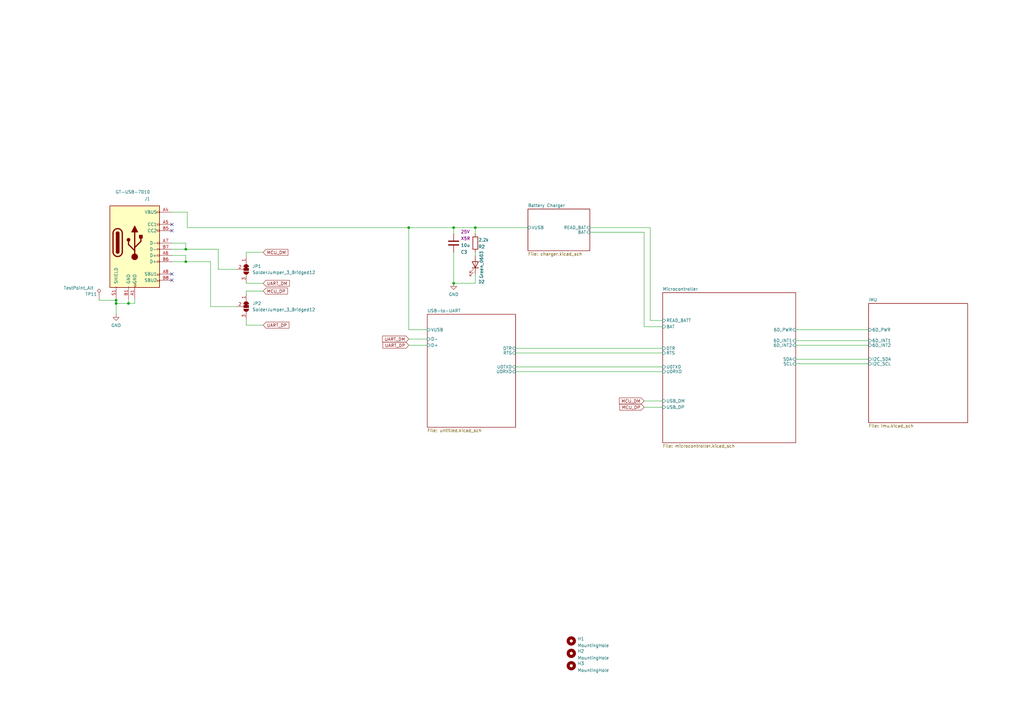
<source format=kicad_sch>
(kicad_sch (version 20230121) (generator eeschema)
  (paper "A3")
  (title_block (title "Tracer") (date "2023-04-18") (rev "G"))
  (lib_symbols
    (symbol "Capacitor_JLC:10u" (pin_numbers hide) (pin_names (offset 0.254))
      (property "Reference" "C" (at 0.635 2.54 0))
      (property "Value" "10u" (at 0.635 -2.54 0))
      (property "Type" "X5R" (at 5.08 2.54 0))
      (property "Voltage" "25V" (at 5.08 0 0))
      (symbol "10u_0_1"
        (polyline (pts (xy -2.032 -0.762) (xy 2.032 -0.762)) (stroke (width 0.508)))
        (polyline (pts (xy -2.032 0.762) (xy 2.032 0.762)) (stroke (width 0.508)))
      )
      (symbol "10u_1_1"
        (pin passive line (at 0 3.81 270) (length 2.794) (name "~") (number "1"))
        (pin passive line (at 0 -3.81 90) (length 2.794) (name "~") (number "2"))
      )
    )
    (symbol "Connector_JLC:GT-USB-7010" (pin_names (offset 1.016))
      (property "Reference" "J" (at -10.16 29.21 0))
      (property "Value" "GT-USB-7010" (at 10.16 29.21 0))
      (symbol "GT-USB-7010_0_0"
        (rectangle (start 0 -5.08) (end 0.508 -4.064))
        (rectangle (start 10.16 -2.54) (end 9.144 -3.048))
        (rectangle (start 10.16 0) (end 9.144 -0.508))
        (rectangle (start 10.16 5.334) (end 9.144 4.826))
        (rectangle (start 10.16 7.874) (end 9.144 7.366))
        (rectangle (start 10.16 10.414) (end 9.144 9.906))
        (rectangle (start 10.16 12.954) (end 9.144 12.446))
        (rectangle (start 10.16 18.034) (end 9.144 17.526))
        (rectangle (start 10.16 20.574) (end 9.144 20.066))
        (rectangle (start 10.16 25.654) (end 9.144 25.146))
      )
      (symbol "GT-USB-7010_0_1"
        (rectangle (start -10.16 27.94) (end 10.2108 -5.4864) (stroke (width 0.254)) (fill (type background)))
        (arc (start -8.89 9.0932) (mid -6.985 7.1965) (end -5.08 9.0932) (stroke (width 0.508)))
        (arc (start -7.62 9.0932) (mid -6.985 8.4609) (end -6.35 9.0932) (stroke (width 0.254)))
        (arc (start -7.62 9.0932) (mid -6.985 8.4609) (end -6.35 9.0932) (stroke (width 0.254)) (fill (type outline)))
        (rectangle (start -7.62 9.0932) (end -6.35 16.7132) (stroke (width 0.254)) (fill (type outline)))
        (arc (start -6.35 16.7132) (mid -6.985 17.3455) (end -7.62 16.7132) (stroke (width 0.254)))
        (arc (start -6.35 16.7132) (mid -6.985 17.3455) (end -7.62 16.7132) (stroke (width 0.254)) (fill (type outline)))
        (arc (start -5.08 16.7132) (mid -6.985 18.6099) (end -8.89 16.7132) (stroke (width 0.508)))
        (polyline (pts (xy -8.89 9.0932) (xy -8.89 16.7132)) (stroke (width 0.508)))
        (polyline (pts (xy -5.08 16.7132) (xy -5.08 9.0932)) (stroke (width 0.508)))
      )
      (symbol "GT-USB-7010_1_1"
        (circle (center -2.54 14.0462) (radius 0.635) (stroke (width 0.254)) (fill (type outline)))
        (polyline (pts (xy 0 7.0612) (xy 0 17.2212)) (stroke (width 0.508)))
        (polyline (pts (xy 0 9.6012) (xy -2.54 12.1412) (xy -2.54 13.4112)) (stroke (width 0.508)))
        (polyline (pts (xy 0 10.8712) (xy 2.54 13.4112) (xy 2.54 14.6812)) (stroke (width 0.508)))
        (polyline (pts (xy -1.27 17.2212) (xy 0 19.7612) (xy 1.27 17.2212) (xy -1.27 17.2212)) (stroke (width 0.254)) (fill (type outline)))
        (circle (center 0 7.0612) (radius 1.27) (fill (type outline)))
        (rectangle (start 1.905 14.6812) (end 3.175 15.9512) (stroke (width 0.254)) (fill (type outline)))
        (pin passive line (at 0 -10.16 90) (length 5.08) (name "GND") (number "A1"))
        (pin passive line (at 15.24 25.4 180) (length 5.08) (name "VBUS") (number "A4"))
        (pin bidirectional line (at 15.24 20.32 180) (length 5.08) (name "CC1") (number "A5"))
        (pin bidirectional line (at 15.24 7.62 180) (length 5.08) (name "D+") (number "A6"))
        (pin bidirectional line (at 15.24 12.7 180) (length 5.08) (name "D-") (number "A7"))
        (pin bidirectional line (at 15.24 0 180) (length 5.08) (name "SBU1") (number "A8"))
        (pin passive line (at 15.24 25.4 180) (length 5.08) hide (name "VBUS") (number "A9"))
        (pin passive line (at -2.54 -10.16 90) (length 5.08) (name "GND") (number "B1"))
        (pin passive line (at 15.24 25.4 180) (length 5.08) hide (name "VBUS") (number "B4"))
        (pin bidirectional line (at 15.24 17.78 180) (length 5.08) (name "CC2") (number "B5"))
        (pin bidirectional line (at 15.24 5.08 180) (length 5.08) (name "D+") (number "B6"))
        (pin bidirectional line (at 15.24 10.16 180) (length 5.08) (name "D-") (number "B7"))
        (pin bidirectional line (at 15.24 -2.54 180) (length 5.08) (name "SBU2") (number "B8"))
        (pin passive line (at 15.24 25.4 180) (length 5.08) hide (name "VBUS") (number "B9"))
        (pin passive line (at -7.62 -10.16 90) (length 5.08) (name "SHIELD") (number "S1"))
      )
    )
    (symbol "Diode_JLC:Green_0603" (pin_numbers hide) (pin_names (offset 1.016) hide)
      (property "Reference" "D" (at 0 5.08 0))
      (property "Value" "Green_0603" (at 0 3.175 0))
      (symbol "Green_0603_0_1"
        (polyline (pts (xy -1.27 -1.27) (xy -1.27 1.27)) (stroke (width 0.254)))
        (polyline (pts (xy -1.27 0) (xy 1.27 0)))
        (polyline (pts (xy 1.27 -1.27) (xy 1.27 1.27) (xy -1.27 0) (xy 1.27 -1.27)) (stroke (width 0.254)))
        (polyline (pts (xy -3.048 -0.762) (xy -4.572 -2.286) (xy -3.81 -2.286) (xy -4.572 -2.286) (xy -4.572 -1.524)))
        (polyline (pts (xy -1.778 -0.762) (xy -3.302 -2.286) (xy -2.54 -2.286) (xy -3.302 -2.286) (xy -3.302 -1.524)))
      )
      (symbol "Green_0603_1_1"
        (pin passive line (at -3.81 0 0) (length 2.54) (name "K") (number "1"))
        (pin passive line (at 3.81 0 180) (length 2.54) (name "A") (number "2"))
      )
    )
    (symbol "Jumper:SolderJumper_3_Bridged12" (pin_names (offset 0) hide)
      (property "Reference" "JP" (at -2.54 -2.54 0))
      (property "Value" "SolderJumper_3_Bridged12" (at 0 2.794 0))
      (symbol "SolderJumper_3_Bridged12_0_1"
        (rectangle (start -1.016 0.508) (end -0.508 -0.508) (fill (type outline)))
        (arc (start -1.016 1.016) (mid -2.0276 0) (end -1.016 -1.016))
        (arc (start -1.016 1.016) (mid -2.0276 0) (end -1.016 -1.016) (fill (type outline)))
        (rectangle (start -0.508 1.016) (end 0.508 -1.016) (fill (type outline)))
        (polyline (pts (xy -2.54 0) (xy -2.032 0)))
        (polyline (pts (xy -1.016 1.016) (xy -1.016 -1.016)))
        (polyline (pts (xy 0 -1.27) (xy 0 -1.016)))
        (polyline (pts (xy 1.016 1.016) (xy 1.016 -1.016)))
        (polyline (pts (xy 2.54 0) (xy 2.032 0)))
        (arc (start 1.016 -1.016) (mid 2.0276 0) (end 1.016 1.016))
        (arc (start 1.016 -1.016) (mid 2.0276 0) (end 1.016 1.016) (fill (type outline)))
      )
      (symbol "SolderJumper_3_Bridged12_1_1"
        (pin passive line (at -5.08 0 0) (length 2.54) (name "A") (number "1"))
        (pin passive line (at 0 -3.81 90) (length 2.54) (name "C") (number "2"))
        (pin passive line (at 5.08 0 180) (length 2.54) (name "B") (number "3"))
      )
    )
    (symbol "Mechanical:MountingHole" (pin_names (offset 1.016))
      (property "Reference" "H" (at 0 5.08 0))
      (property "Value" "MountingHole" (at 0 3.175 0))
      (symbol "MountingHole_0_1"
        (circle (center 0 0) (radius 1.27) (stroke (width 1.27)))
      )
    )
    (symbol "Resistor_JLC:2.2k" (pin_numbers hide) (pin_names (offset 0))
      (property "Reference" "R" (at 2.032 0 90))
      (property "Value" "2.2k" (at 0 0 90))
      (symbol "2.2k_0_1"
        (rectangle (start -1.016 -2.54) (end 1.016 2.54) (stroke (width 0.254)))
      )
      (symbol "2.2k_1_1"
        (pin passive line (at 0 3.81 270) (length 1.27) (name "~") (number "1"))
        (pin passive line (at 0 -3.81 90) (length 1.27) (name "~") (number "2"))
      )
    )
    (symbol "personal:TestPoint_Alt" (pin_numbers hide) (pin_names (offset 0.762) hide)
      (property "Reference" "TP" (at 0 6.858 0))
      (property "Value" "TestPoint_Alt" (at 0 5.08 0))
      (symbol "TestPoint_Alt_0_1"
        (polyline (pts (xy 0 2.54) (xy -0.762 3.302) (xy 0 4.064) (xy 0.762 3.302) (xy 0 2.54)))
      )
      (symbol "TestPoint_Alt_1_1"
        (pin passive line (at 0 0 90) (length 2.54) (name "1") (number "1"))
      )
    )
    (symbol "power:GND" (power) (pin_names (offset 0))
      (property "Value" "GND" (at 0 -3.81 0))
      (symbol "GND_0_1"
        (polyline (pts (xy 0 0) (xy 0 -1.27) (xy 1.27 -1.27) (xy 0 -2.54) (xy -1.27 -1.27) (xy 0 -1.27)))
      )
      (symbol "GND_1_1"
        (pin power_in line (at 0 0 270) (length 0) hide (name "GND") (number "1"))
      )
    )
  )
  (junction (at 47.625 124.46))
  (junction (at 52.705 124.46))
  (junction (at 186.055 116.205))
  (junction (at 186.055 93.345))
  (junction (at 76.2 107.315))
  (junction (at 194.945 93.345))
  (junction (at 47.625 123.19))
  (junction (at 167.64 93.345))
  (junction (at 76.2 102.235))
  (no_connect (at 70.485 92.075))
  (no_connect (at 70.485 94.615))
  (no_connect (at 70.485 112.395))
  (no_connect (at 70.485 114.935))
  (wire (pts (xy 271.78 131.445) (xy 266.7 131.445)))
  (wire (pts (xy 76.2 99.695) (xy 76.2 102.235)))
  (wire (pts (xy 211.455 144.78) (xy 271.78 144.78)))
  (wire (pts (xy 40.64 122.555) (xy 40.64 123.19)))
  (wire (pts (xy 86.36 107.315) (xy 76.2 107.315)))
  (wire (pts (xy 211.455 142.875) (xy 271.78 142.875)))
  (wire (pts (xy 55.245 124.46) (xy 55.245 122.555)))
  (wire (pts (xy 47.625 124.46) (xy 47.625 128.905)))
  (wire (pts (xy 167.64 135.255) (xy 167.64 93.345)))
  (wire (pts (xy 194.945 93.345) (xy 216.535 93.345)))
  (wire (pts (xy 326.39 135.255) (xy 356.235 135.255)))
  (wire (pts (xy 167.64 141.605) (xy 175.26 141.605)))
  (wire (pts (xy 211.455 152.4) (xy 271.78 152.4)))
  (wire (pts (xy 47.625 123.19) (xy 47.625 124.46)))
  (wire (pts (xy 107.95 103.505) (xy 100.965 103.505)))
  (wire (pts (xy 70.485 107.315) (xy 76.2 107.315)))
  (wire (pts (xy 264.16 95.25) (xy 264.16 133.985)))
  (wire (pts (xy 70.485 104.775) (xy 76.2 104.775)))
  (wire (pts (xy 326.39 141.605) (xy 356.235 141.605)))
  (wire (pts (xy 89.535 110.49) (xy 89.535 102.235)))
  (wire (pts (xy 86.36 125.73) (xy 86.36 107.315)))
  (wire (pts (xy 167.64 139.065) (xy 175.26 139.065)))
  (wire (pts (xy 47.625 122.555) (xy 47.625 123.19)))
  (wire (pts (xy 241.935 95.25) (xy 264.16 95.25)))
  (wire (pts (xy 264.16 167.005) (xy 271.78 167.005)))
  (wire (pts (xy 97.155 110.49) (xy 89.535 110.49)))
  (wire (pts (xy 40.64 123.19) (xy 47.625 123.19)))
  (wire (pts (xy 47.625 124.46) (xy 52.705 124.46)))
  (wire (pts (xy 52.705 124.46) (xy 55.245 124.46)))
  (wire (pts (xy 194.945 112.395) (xy 194.945 116.205)))
  (wire (pts (xy 167.64 93.345) (xy 186.055 93.345)))
  (wire (pts (xy 97.155 125.73) (xy 86.36 125.73)))
  (wire (pts (xy 186.055 95.885) (xy 186.055 93.345)))
  (wire (pts (xy 186.055 93.345) (xy 194.945 93.345)))
  (wire (pts (xy 76.835 86.995) (xy 76.835 93.345)))
  (wire (pts (xy 186.055 103.505) (xy 186.055 116.205)))
  (wire (pts (xy 100.965 116.205) (xy 100.965 115.57)))
  (wire (pts (xy 194.945 95.885) (xy 194.945 93.345)))
  (wire (pts (xy 194.945 116.205) (xy 186.055 116.205)))
  (wire (pts (xy 175.26 135.255) (xy 167.64 135.255)))
  (wire (pts (xy 326.39 149.225) (xy 356.235 149.225)))
  (wire (pts (xy 264.16 133.985) (xy 271.78 133.985)))
  (wire (pts (xy 100.965 103.505) (xy 100.965 105.41)))
  (wire (pts (xy 326.39 139.7) (xy 356.235 139.7)))
  (wire (pts (xy 76.2 107.315) (xy 76.2 104.775)))
  (wire (pts (xy 264.16 164.465) (xy 271.78 164.465)))
  (wire (pts (xy 211.455 150.495) (xy 271.78 150.495)))
  (wire (pts (xy 70.485 99.695) (xy 76.2 99.695)))
  (wire (pts (xy 107.95 116.205) (xy 100.965 116.205)))
  (wire (pts (xy 76.835 86.995) (xy 70.485 86.995)))
  (wire (pts (xy 107.95 133.35) (xy 100.965 133.35)))
  (wire (pts (xy 326.39 147.32) (xy 356.235 147.32)))
  (wire (pts (xy 107.95 119.38) (xy 100.965 119.38)))
  (wire (pts (xy 70.485 102.235) (xy 76.2 102.235)))
  (wire (pts (xy 100.965 119.38) (xy 100.965 120.65)))
  (wire (pts (xy 100.965 133.35) (xy 100.965 130.81)))
  (wire (pts (xy 89.535 102.235) (xy 76.2 102.235)))
  (wire (pts (xy 194.945 104.775) (xy 194.945 103.505)))
  (wire (pts (xy 266.7 93.345) (xy 241.935 93.345)))
  (wire (pts (xy 52.705 122.555) (xy 52.705 124.46)))
  (wire (pts (xy 76.835 93.345) (xy 167.64 93.345)))
  (wire (pts (xy 266.7 131.445) (xy 266.7 93.345)))
  (global_label "MCU_DM" (shape input) (at 107.95 103.505 0) (property "Intersheetrefs" "${INTERSHEET_REFS}" (effects hide)))
  (global_label "UART_DM" (shape input) (at 167.64 139.065 180) (property "Intersheetrefs" "${INTERSHEET_REFS}" (effects hide)))
  (global_label "MCU_DP" (shape input) (at 107.95 119.38 0) (property "Intersheetrefs" "${INTERSHEET_REFS}" (effects hide)))
  (global_label "UART_DP" (shape input) (at 107.95 133.35 0) (property "Intersheetrefs" "${INTERSHEET_REFS}" (effects hide)))
  (global_label "UART_DM" (shape input) (at 107.95 116.205 0) (property "Intersheetrefs" "${INTERSHEET_REFS}" (effects hide)))
  (global_label "MCU_DP" (shape input) (at 264.16 167.005 180) (property "Intersheetrefs" "${INTERSHEET_REFS}" (effects hide)))
  (global_label "MCU_DM" (shape input) (at 264.16 164.465 180) (property "Intersheetrefs" "${INTERSHEET_REFS}" (effects hide)))
  (global_label "UART_DP" (shape input) (at 167.64 141.605 180) (property "Intersheetrefs" "${INTERSHEET_REFS}" (effects hide)))
  (symbol (lib_id "power:GND") (at 186.055 116.205 0) (unit 1)
    (property "Reference" "#PWR0101" (effects hide))
    (property "Value" "GND" (at 186.055 120.7675 0))
  )
  (symbol (lib_id "Connector_JLC:GT-USB-7010") (at 55.245 112.395 0) (unit 1)
    (property "Reference" "J1" (at 61.595 81.5151 0) (effects (justify right)))
    (property "Value" "GT-USB-7010" (at 61.595 78.74 0) (effects (justify right)))
    (property "Footprint" "Connectors_JT:GT-USB-7010A" (effects hide))
    (property "Datasheet" "https://www.dg-switch.com/uploads/soft/190828/GT-USB-7010X.pdf" (effects hide))
    (property "LCSC" "C963370" (effects hide))
  )
  (symbol (lib_id "power:GND") (at 47.625 128.905 0) (unit 1)
    (property "Reference" "#PWR0111" (effects hide))
    (property "Value" "GND" (at 47.625 133.4675 0))
  )
  (symbol (lib_id "Mechanical:MountingHole") (at 234.315 273.05 0) (unit 1)
    (property "Reference" "H3" (at 236.855 272.1415 0) (effects (justify left)))
    (property "Value" "MountingHole" (at 236.855 274.9166 0) (effects (justify left)))
    (property "Footprint" "personal:MountingHole_2.2mm_M2_Small" (effects hide))
  )
  (symbol (lib_id "personal:TestPoint_Alt") (at 40.64 122.555 0) (mirror y) (unit 1)
    (property "Reference" "TP11" (at 34.925 120.65 0) (effects (justify right)))
    (property "Value" "TestPoint_Alt" (at 26.035 118.11 0) (effects (justify right)))
    (property "Footprint" "TestPoint:TestPoint_Pad_1.0x1.0mm" (effects hide))
  )
  (symbol (lib_id "Diode_JLC:Green_0603") (at 194.945 108.585 270) (mirror x) (unit 1)
    (property "Reference" "D2" (at 197.485 115.57 90))
    (property "Value" "Green_0603" (at 197.485 108.585 0))
    (property "Footprint" "LED_SMD:LED_0603_1608Metric" (effects hide))
    (property "Datasheet" "https://datasheet.lcsc.com/lcsc/1811101510_Everlight-Elec-19-217-GHC-YR1S2-3T_C72043.pdf" (effects hide))
    (property "LCSC" "C72043" (effects hide))
  )
  (symbol (lib_id "Jumper:SolderJumper_3_Bridged12") (at 100.965 110.49 270) (unit 1)
    (property "Reference" "JP1" (at 103.505 109.2199 90) (effects (justify left)))
    (property "Value" "SolderJumper_3_Bridged12" (at 103.505 111.7599 90) (effects (justify left)))
    (property "Footprint" "Jumper:SolderJumper-3_P1.3mm_Bridged12_Pad1.0x1.5mm_NumberLabels" (effects hide))
  )
  (symbol (lib_id "Resistor_JLC:2.2k") (at 194.945 99.695 0) (mirror x) (unit 1)
    (property "Reference" "R2" (at 196.215 101.2001 0) (effects (justify left)))
    (property "Value" "2.2k" (at 196.215 98.425 0) (effects (justify left)))
    (property "Footprint" "Resistor_SMD:R_0402_1005Metric" (effects hide))
    (property "LCSC" "C25879" (effects hide))
  )
  (symbol (lib_id "Capacitor_JLC:10u") (at 186.055 99.695 0) (mirror x) (unit 1)
    (property "Reference" "C3" (at 188.976 103.3786 0) (effects (justify left)))
    (property "Value" "10u" (at 188.976 100.6035 0) (effects (justify left)))
    (property "Footprint" "Capacitor_SMD:C_0805_2012Metric" (effects hide))
    (property "Type" "X5R" (at 188.976 97.8284 0) (effects (justify left)))
    (property "LCSC" "C15850" (effects hide))
    (property "Voltage" "25V" (at 188.976 95.0533 0) (effects (justify left)))
  )
  (symbol (lib_id "Mechanical:MountingHole") (at 234.315 262.89 0) (unit 1)
    (property "Reference" "H1" (at 236.855 261.9815 0) (effects (justify left)))
    (property "Value" "MountingHole" (at 236.855 264.7566 0) (effects (justify left)))
    (property "Footprint" "personal:MountingHole_2.2mm_M2_Small" (effects hide))
  )
  (symbol (lib_id "Jumper:SolderJumper_3_Bridged12") (at 100.965 125.73 270) (unit 1)
    (property "Reference" "JP2" (at 103.505 124.4599 90) (effects (justify left)))
    (property "Value" "SolderJumper_3_Bridged12" (at 103.505 126.9999 90) (effects (justify left)))
    (property "Footprint" "Jumper:SolderJumper-3_P1.3mm_Bridged12_Pad1.0x1.5mm_NumberLabels" (effects hide))
  )
  (symbol (lib_id "Mechanical:MountingHole") (at 234.315 267.97 0) (unit 1)
    (property "Reference" "H2" (at 236.855 267.0615 0) (effects (justify left)))
    (property "Value" "MountingHole" (at 236.855 269.8366 0) (effects (justify left)))
    (property "Footprint" "personal:MountingHole_2.2mm_M2_Small" (effects hide))
  )
  (sheet (at 271.78 120.015) (size 54.61 61.595) (stroke (width 0.1524))
    (property "Sheetname" "Microcontroller" (at 271.78 119.3034 0) (effects (justify left bottom)))
    (property "Sheetfile" "microcontroller.kicad_sch" (at 271.78 182.1946 0) (effects (justify left top)))
    (pin "U0TXD" input (at 271.78 150.495 180))
    (pin "U0RXD" input (at 271.78 152.4 180))
    (pin "SDA" input (at 326.39 147.32 0))
    (pin "SCL" input (at 326.39 149.225 0))
    (pin "READ_BATT" input (at 271.78 131.445 180))
    (pin "BAT" input (at 271.78 133.985 180))
    (pin "6D_PWR" input (at 326.39 135.255 0))
    (pin "DTR" input (at 271.78 142.875 180))
    (pin "RTS" input (at 271.78 144.78 180))
    (pin "6D_INT2" input (at 326.39 141.605 0))
    (pin "6D_INT1" input (at 326.39 139.7 0))
    (pin "USB_DM" input (at 271.78 164.465 180))
    (pin "USB_DP" input (at 271.78 167.005 180))
  )
  (sheet (at 356.235 124.46) (size 40.64 48.895) (stroke (width 0.1524))
    (property "Sheetname" "IMU" (at 356.235 123.7484 0) (effects (justify left bottom)))
    (property "Sheetfile" "imu.kicad_sch" (at 356.235 173.9396 0) (effects (justify left top)))
    (pin "I2C_SDA" input (at 356.235 147.32 180))
    (pin "I2C_SCL" input (at 356.235 149.225 180))
    (pin "6D_INT2" input (at 356.235 141.605 180))
    (pin "6D_INT1" input (at 356.235 139.7 180))
    (pin "6D_PWR" input (at 356.235 135.255 180))
  )
  (sheet (at 175.26 128.905) (size 36.195 46.355) (stroke (width 0.1524))
    (property "Sheetname" "USB-to-UART" (at 175.26 128.1934 0) (effects (justify left bottom)))
    (property "Sheetfile" "untitled.kicad_sch" (at 175.26 175.8446 0) (effects (justify left top)))
    (pin "DTR" input (at 211.455 142.875 0))
    (pin "RTS" input (at 211.455 144.78 0))
    (pin "U0TXD" input (at 211.455 150.495 0))
    (pin "U0RXD" input (at 211.455 152.4 0))
    (pin "D-" input (at 175.26 139.065 180))
    (pin "D+" input (at 175.26 141.605 180))
    (pin "VUSB" input (at 175.26 135.255 180))
  )
  (sheet (at 216.535 85.725) (size 25.4 17.145) (stroke (width 0.1524))
    (property "Sheetname" "Battery Charger" (at 216.535 85.0134 0) (effects (justify left bottom)))
    (property "Sheetfile" "charger.kicad_sch" (at 216.535 103.4546 0) (effects (justify left top)))
    (pin "VUSB" input (at 216.535 93.345 180))
    (pin "READ_BAT" input (at 241.935 93.345 0))
    (pin "BAT" input (at 241.935 95.25 0))
  )
)
</source>
